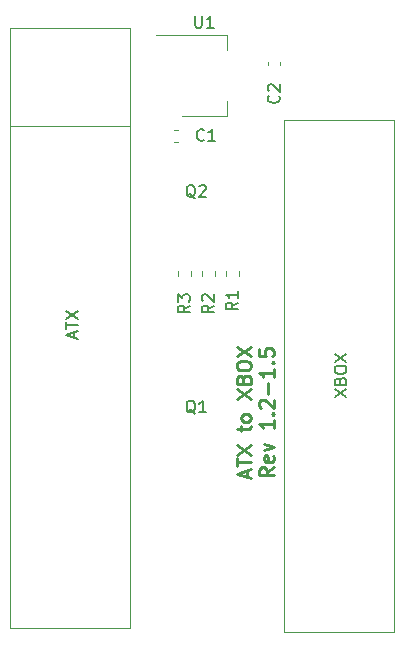
<source format=gbr>
%TF.GenerationSoftware,KiCad,Pcbnew,(6.0.7)*%
%TF.CreationDate,2023-01-08T00:03:09+11:00*%
%TF.ProjectId,Xbox_ATX,58626f78-5f41-4545-982e-6b696361645f,rev?*%
%TF.SameCoordinates,Original*%
%TF.FileFunction,Legend,Top*%
%TF.FilePolarity,Positive*%
%FSLAX46Y46*%
G04 Gerber Fmt 4.6, Leading zero omitted, Abs format (unit mm)*
G04 Created by KiCad (PCBNEW (6.0.7)) date 2023-01-08 00:03:09*
%MOMM*%
%LPD*%
G01*
G04 APERTURE LIST*
%ADD10C,0.250000*%
%ADD11C,0.150000*%
%ADD12C,0.120000*%
G04 APERTURE END LIST*
D10*
X166823200Y-112724514D02*
X166823200Y-112153085D01*
X167166057Y-112838800D02*
X165966057Y-112438800D01*
X167166057Y-112038800D01*
X165966057Y-111810228D02*
X165966057Y-111124514D01*
X167166057Y-111467371D02*
X165966057Y-111467371D01*
X165966057Y-110838800D02*
X167166057Y-110038800D01*
X165966057Y-110038800D02*
X167166057Y-110838800D01*
X166366057Y-108838800D02*
X166366057Y-108381657D01*
X165966057Y-108667371D02*
X166994628Y-108667371D01*
X167108914Y-108610228D01*
X167166057Y-108495942D01*
X167166057Y-108381657D01*
X167166057Y-107810228D02*
X167108914Y-107924514D01*
X167051771Y-107981657D01*
X166937485Y-108038800D01*
X166594628Y-108038800D01*
X166480342Y-107981657D01*
X166423200Y-107924514D01*
X166366057Y-107810228D01*
X166366057Y-107638800D01*
X166423200Y-107524514D01*
X166480342Y-107467371D01*
X166594628Y-107410228D01*
X166937485Y-107410228D01*
X167051771Y-107467371D01*
X167108914Y-107524514D01*
X167166057Y-107638800D01*
X167166057Y-107810228D01*
X165966057Y-106095942D02*
X167166057Y-105295942D01*
X165966057Y-105295942D02*
X167166057Y-106095942D01*
X166537485Y-104438800D02*
X166594628Y-104267371D01*
X166651771Y-104210228D01*
X166766057Y-104153085D01*
X166937485Y-104153085D01*
X167051771Y-104210228D01*
X167108914Y-104267371D01*
X167166057Y-104381657D01*
X167166057Y-104838800D01*
X165966057Y-104838800D01*
X165966057Y-104438800D01*
X166023200Y-104324514D01*
X166080342Y-104267371D01*
X166194628Y-104210228D01*
X166308914Y-104210228D01*
X166423200Y-104267371D01*
X166480342Y-104324514D01*
X166537485Y-104438800D01*
X166537485Y-104838800D01*
X165966057Y-103410228D02*
X165966057Y-103181657D01*
X166023200Y-103067371D01*
X166137485Y-102953085D01*
X166366057Y-102895942D01*
X166766057Y-102895942D01*
X166994628Y-102953085D01*
X167108914Y-103067371D01*
X167166057Y-103181657D01*
X167166057Y-103410228D01*
X167108914Y-103524514D01*
X166994628Y-103638800D01*
X166766057Y-103695942D01*
X166366057Y-103695942D01*
X166137485Y-103638800D01*
X166023200Y-103524514D01*
X165966057Y-103410228D01*
X165966057Y-102495942D02*
X167166057Y-101695942D01*
X165966057Y-101695942D02*
X167166057Y-102495942D01*
X169098057Y-111895942D02*
X168526628Y-112295942D01*
X169098057Y-112581657D02*
X167898057Y-112581657D01*
X167898057Y-112124514D01*
X167955200Y-112010228D01*
X168012342Y-111953085D01*
X168126628Y-111895942D01*
X168298057Y-111895942D01*
X168412342Y-111953085D01*
X168469485Y-112010228D01*
X168526628Y-112124514D01*
X168526628Y-112581657D01*
X169040914Y-110924514D02*
X169098057Y-111038800D01*
X169098057Y-111267371D01*
X169040914Y-111381657D01*
X168926628Y-111438800D01*
X168469485Y-111438800D01*
X168355200Y-111381657D01*
X168298057Y-111267371D01*
X168298057Y-111038800D01*
X168355200Y-110924514D01*
X168469485Y-110867371D01*
X168583771Y-110867371D01*
X168698057Y-111438800D01*
X168298057Y-110467371D02*
X169098057Y-110181657D01*
X168298057Y-109895942D01*
X169098057Y-107895942D02*
X169098057Y-108581657D01*
X169098057Y-108238800D02*
X167898057Y-108238800D01*
X168069485Y-108353085D01*
X168183771Y-108467371D01*
X168240914Y-108581657D01*
X168983771Y-107381657D02*
X169040914Y-107324514D01*
X169098057Y-107381657D01*
X169040914Y-107438800D01*
X168983771Y-107381657D01*
X169098057Y-107381657D01*
X168012342Y-106867371D02*
X167955200Y-106810228D01*
X167898057Y-106695942D01*
X167898057Y-106410228D01*
X167955200Y-106295942D01*
X168012342Y-106238800D01*
X168126628Y-106181657D01*
X168240914Y-106181657D01*
X168412342Y-106238800D01*
X169098057Y-106924514D01*
X169098057Y-106181657D01*
X168640914Y-105667371D02*
X168640914Y-104753085D01*
X169098057Y-103553085D02*
X169098057Y-104238800D01*
X169098057Y-103895942D02*
X167898057Y-103895942D01*
X168069485Y-104010228D01*
X168183771Y-104124514D01*
X168240914Y-104238800D01*
X168983771Y-103038800D02*
X169040914Y-102981657D01*
X169098057Y-103038800D01*
X169040914Y-103095942D01*
X168983771Y-103038800D01*
X169098057Y-103038800D01*
X167898057Y-101895942D02*
X167898057Y-102467371D01*
X168469485Y-102524514D01*
X168412342Y-102467371D01*
X168355200Y-102353085D01*
X168355200Y-102067371D01*
X168412342Y-101953085D01*
X168469485Y-101895942D01*
X168583771Y-101838800D01*
X168869485Y-101838800D01*
X168983771Y-101895942D01*
X169040914Y-101953085D01*
X169098057Y-102067371D01*
X169098057Y-102353085D01*
X169040914Y-102467371D01*
X168983771Y-102524514D01*
D11*
%TO.C,C1*%
X163206133Y-84177142D02*
X163158514Y-84224761D01*
X163015657Y-84272380D01*
X162920419Y-84272380D01*
X162777561Y-84224761D01*
X162682323Y-84129523D01*
X162634704Y-84034285D01*
X162587085Y-83843809D01*
X162587085Y-83700952D01*
X162634704Y-83510476D01*
X162682323Y-83415238D01*
X162777561Y-83320000D01*
X162920419Y-83272380D01*
X163015657Y-83272380D01*
X163158514Y-83320000D01*
X163206133Y-83367619D01*
X164158514Y-84272380D02*
X163587085Y-84272380D01*
X163872800Y-84272380D02*
X163872800Y-83272380D01*
X163777561Y-83415238D01*
X163682323Y-83510476D01*
X163587085Y-83558095D01*
%TO.C,J1*%
X152218666Y-100931238D02*
X152218666Y-100455047D01*
X152504380Y-101026476D02*
X151504380Y-100693142D01*
X152504380Y-100359809D01*
X151504380Y-100169333D02*
X151504380Y-99597904D01*
X152504380Y-99883619D02*
X151504380Y-99883619D01*
X151504380Y-99359809D02*
X152504380Y-98693142D01*
X151504380Y-98693142D02*
X152504380Y-99359809D01*
%TO.C,J2*%
X174262380Y-105973333D02*
X175262380Y-105306666D01*
X174262380Y-105306666D02*
X175262380Y-105973333D01*
X174738571Y-104592380D02*
X174786190Y-104449523D01*
X174833809Y-104401904D01*
X174929047Y-104354285D01*
X175071904Y-104354285D01*
X175167142Y-104401904D01*
X175214761Y-104449523D01*
X175262380Y-104544761D01*
X175262380Y-104925714D01*
X174262380Y-104925714D01*
X174262380Y-104592380D01*
X174310000Y-104497142D01*
X174357619Y-104449523D01*
X174452857Y-104401904D01*
X174548095Y-104401904D01*
X174643333Y-104449523D01*
X174690952Y-104497142D01*
X174738571Y-104592380D01*
X174738571Y-104925714D01*
X174262380Y-103735238D02*
X174262380Y-103544761D01*
X174310000Y-103449523D01*
X174405238Y-103354285D01*
X174595714Y-103306666D01*
X174929047Y-103306666D01*
X175119523Y-103354285D01*
X175214761Y-103449523D01*
X175262380Y-103544761D01*
X175262380Y-103735238D01*
X175214761Y-103830476D01*
X175119523Y-103925714D01*
X174929047Y-103973333D01*
X174595714Y-103973333D01*
X174405238Y-103925714D01*
X174310000Y-103830476D01*
X174262380Y-103735238D01*
X174262380Y-102973333D02*
X175262380Y-102306666D01*
X174262380Y-102306666D02*
X175262380Y-102973333D01*
%TO.C,Q1*%
X162464761Y-107354619D02*
X162369523Y-107307000D01*
X162274285Y-107211761D01*
X162131428Y-107068904D01*
X162036190Y-107021285D01*
X161940952Y-107021285D01*
X161988571Y-107259380D02*
X161893333Y-107211761D01*
X161798095Y-107116523D01*
X161750476Y-106926047D01*
X161750476Y-106592714D01*
X161798095Y-106402238D01*
X161893333Y-106307000D01*
X161988571Y-106259380D01*
X162179047Y-106259380D01*
X162274285Y-106307000D01*
X162369523Y-106402238D01*
X162417142Y-106592714D01*
X162417142Y-106926047D01*
X162369523Y-107116523D01*
X162274285Y-107211761D01*
X162179047Y-107259380D01*
X161988571Y-107259380D01*
X163369523Y-107259380D02*
X162798095Y-107259380D01*
X163083809Y-107259380D02*
X163083809Y-106259380D01*
X162988571Y-106402238D01*
X162893333Y-106497476D01*
X162798095Y-106545095D01*
%TO.C,R1*%
X166060380Y-97956666D02*
X165584190Y-98290000D01*
X166060380Y-98528095D02*
X165060380Y-98528095D01*
X165060380Y-98147142D01*
X165108000Y-98051904D01*
X165155619Y-98004285D01*
X165250857Y-97956666D01*
X165393714Y-97956666D01*
X165488952Y-98004285D01*
X165536571Y-98051904D01*
X165584190Y-98147142D01*
X165584190Y-98528095D01*
X166060380Y-97004285D02*
X166060380Y-97575714D01*
X166060380Y-97290000D02*
X165060380Y-97290000D01*
X165203238Y-97385238D01*
X165298476Y-97480476D01*
X165346095Y-97575714D01*
%TO.C,Q2*%
X162464761Y-89115119D02*
X162369523Y-89067500D01*
X162274285Y-88972261D01*
X162131428Y-88829404D01*
X162036190Y-88781785D01*
X161940952Y-88781785D01*
X161988571Y-89019880D02*
X161893333Y-88972261D01*
X161798095Y-88877023D01*
X161750476Y-88686547D01*
X161750476Y-88353214D01*
X161798095Y-88162738D01*
X161893333Y-88067500D01*
X161988571Y-88019880D01*
X162179047Y-88019880D01*
X162274285Y-88067500D01*
X162369523Y-88162738D01*
X162417142Y-88353214D01*
X162417142Y-88686547D01*
X162369523Y-88877023D01*
X162274285Y-88972261D01*
X162179047Y-89019880D01*
X161988571Y-89019880D01*
X162798095Y-88115119D02*
X162845714Y-88067500D01*
X162940952Y-88019880D01*
X163179047Y-88019880D01*
X163274285Y-88067500D01*
X163321904Y-88115119D01*
X163369523Y-88210357D01*
X163369523Y-88305595D01*
X163321904Y-88448452D01*
X162750476Y-89019880D01*
X163369523Y-89019880D01*
%TO.C,R3*%
X161996380Y-98210666D02*
X161520190Y-98544000D01*
X161996380Y-98782095D02*
X160996380Y-98782095D01*
X160996380Y-98401142D01*
X161044000Y-98305904D01*
X161091619Y-98258285D01*
X161186857Y-98210666D01*
X161329714Y-98210666D01*
X161424952Y-98258285D01*
X161472571Y-98305904D01*
X161520190Y-98401142D01*
X161520190Y-98782095D01*
X160996380Y-97877333D02*
X160996380Y-97258285D01*
X161377333Y-97591619D01*
X161377333Y-97448761D01*
X161424952Y-97353523D01*
X161472571Y-97305904D01*
X161567809Y-97258285D01*
X161805904Y-97258285D01*
X161901142Y-97305904D01*
X161948761Y-97353523D01*
X161996380Y-97448761D01*
X161996380Y-97734476D01*
X161948761Y-97829714D01*
X161901142Y-97877333D01*
%TO.C,C2*%
X169521142Y-80430666D02*
X169568761Y-80478285D01*
X169616380Y-80621142D01*
X169616380Y-80716380D01*
X169568761Y-80859238D01*
X169473523Y-80954476D01*
X169378285Y-81002095D01*
X169187809Y-81049714D01*
X169044952Y-81049714D01*
X168854476Y-81002095D01*
X168759238Y-80954476D01*
X168664000Y-80859238D01*
X168616380Y-80716380D01*
X168616380Y-80621142D01*
X168664000Y-80478285D01*
X168711619Y-80430666D01*
X168711619Y-80049714D02*
X168664000Y-80002095D01*
X168616380Y-79906857D01*
X168616380Y-79668761D01*
X168664000Y-79573523D01*
X168711619Y-79525904D01*
X168806857Y-79478285D01*
X168902095Y-79478285D01*
X169044952Y-79525904D01*
X169616380Y-80097333D01*
X169616380Y-79478285D01*
%TO.C,R2*%
X164028380Y-98210666D02*
X163552190Y-98544000D01*
X164028380Y-98782095D02*
X163028380Y-98782095D01*
X163028380Y-98401142D01*
X163076000Y-98305904D01*
X163123619Y-98258285D01*
X163218857Y-98210666D01*
X163361714Y-98210666D01*
X163456952Y-98258285D01*
X163504571Y-98305904D01*
X163552190Y-98401142D01*
X163552190Y-98782095D01*
X163123619Y-97829714D02*
X163076000Y-97782095D01*
X163028380Y-97686857D01*
X163028380Y-97448761D01*
X163076000Y-97353523D01*
X163123619Y-97305904D01*
X163218857Y-97258285D01*
X163314095Y-97258285D01*
X163456952Y-97305904D01*
X164028380Y-97877333D01*
X164028380Y-97258285D01*
%TO.C,U1*%
X162458095Y-73692380D02*
X162458095Y-74501904D01*
X162505714Y-74597142D01*
X162553333Y-74644761D01*
X162648571Y-74692380D01*
X162839047Y-74692380D01*
X162934285Y-74644761D01*
X162981904Y-74597142D01*
X163029523Y-74501904D01*
X163029523Y-73692380D01*
X164029523Y-74692380D02*
X163458095Y-74692380D01*
X163743809Y-74692380D02*
X163743809Y-73692380D01*
X163648571Y-73835238D01*
X163553333Y-73930476D01*
X163458095Y-73978095D01*
D12*
%TO.C,C1*%
X160692220Y-84330000D02*
X160973380Y-84330000D01*
X160692220Y-83310000D02*
X160973380Y-83310000D01*
%TO.C,J1*%
X146812000Y-83036000D02*
X156972000Y-83036000D01*
X146812000Y-125476000D02*
X156972000Y-125476000D01*
X156972000Y-125476000D02*
X156972000Y-74676000D01*
X156972000Y-74676000D02*
X146812000Y-74676000D01*
X146812000Y-74676000D02*
X146812000Y-125476000D01*
%TO.C,J2*%
X170010000Y-125840000D02*
X179310000Y-125840000D01*
X179310000Y-125840000D02*
X179310000Y-82540000D01*
X179310000Y-82540000D02*
X170010000Y-82540000D01*
X170010000Y-82540000D02*
X170010000Y-125840000D01*
%TO.C,R1*%
X165085500Y-95741258D02*
X165085500Y-95266742D01*
X166130500Y-95741258D02*
X166130500Y-95266742D01*
%TO.C,R3*%
X161021500Y-95741258D02*
X161021500Y-95266742D01*
X162066500Y-95741258D02*
X162066500Y-95266742D01*
%TO.C,C2*%
X168654000Y-77583420D02*
X168654000Y-77864580D01*
X169674000Y-77583420D02*
X169674000Y-77864580D01*
%TO.C,R2*%
X163053500Y-95266742D02*
X163053500Y-95741258D01*
X164098500Y-95266742D02*
X164098500Y-95741258D01*
%TO.C,U1*%
X161370000Y-82150000D02*
X165130000Y-82150000D01*
X159120000Y-75330000D02*
X165130000Y-75330000D01*
X165130000Y-82150000D02*
X165130000Y-80890000D01*
X165130000Y-75330000D02*
X165130000Y-76590000D01*
%TD*%
M02*

</source>
